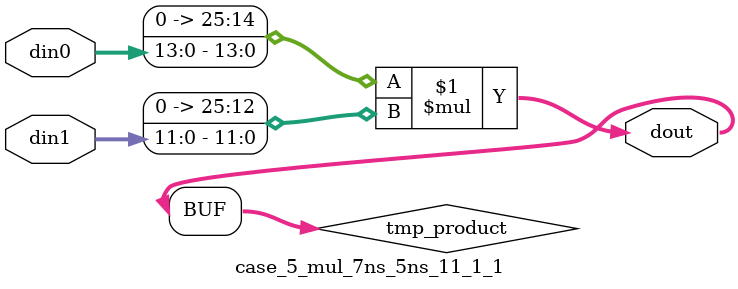
<source format=v>

`timescale 1 ns / 1 ps

 (* use_dsp = "no" *)  module case_5_mul_7ns_5ns_11_1_1(din0, din1, dout);
parameter ID = 1;
parameter NUM_STAGE = 0;
parameter din0_WIDTH = 14;
parameter din1_WIDTH = 12;
parameter dout_WIDTH = 26;

input [din0_WIDTH - 1 : 0] din0; 
input [din1_WIDTH - 1 : 0] din1; 
output [dout_WIDTH - 1 : 0] dout;

wire signed [dout_WIDTH - 1 : 0] tmp_product;
























assign tmp_product = $signed({1'b0, din0}) * $signed({1'b0, din1});











assign dout = tmp_product;





















endmodule

</source>
